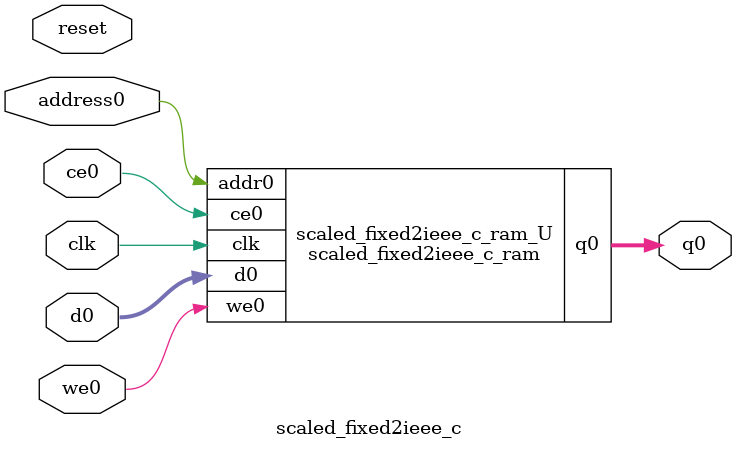
<source format=v>

`timescale 1 ns / 1 ps
module scaled_fixed2ieee_c_ram (addr0, ce0, d0, we0, q0,  clk);

parameter DWIDTH = 32;
parameter AWIDTH = 1;
parameter MEM_SIZE = 2;

input[AWIDTH-1:0] addr0;
input ce0;
input[DWIDTH-1:0] d0;
input we0;
output reg[DWIDTH-1:0] q0;
input clk;

(* ram_style = "distributed" *)reg [DWIDTH-1:0] ram[0:MEM_SIZE-1];




always @(posedge clk)  
begin 
    if (ce0) 
    begin
        if (we0) 
        begin 
            ram[addr0] <= d0; 
            q0 <= d0;
        end 
        else 
            q0 <= ram[addr0];
    end
end


endmodule


`timescale 1 ns / 1 ps
module scaled_fixed2ieee_c(
    reset,
    clk,
    address0,
    ce0,
    we0,
    d0,
    q0);

parameter DataWidth = 32'd32;
parameter AddressRange = 32'd2;
parameter AddressWidth = 32'd1;
input reset;
input clk;
input[AddressWidth - 1:0] address0;
input ce0;
input we0;
input[DataWidth - 1:0] d0;
output[DataWidth - 1:0] q0;



scaled_fixed2ieee_c_ram scaled_fixed2ieee_c_ram_U(
    .clk( clk ),
    .addr0( address0 ),
    .ce0( ce0 ),
    .we0( we0 ),
    .d0( d0 ),
    .q0( q0 ));

endmodule


</source>
